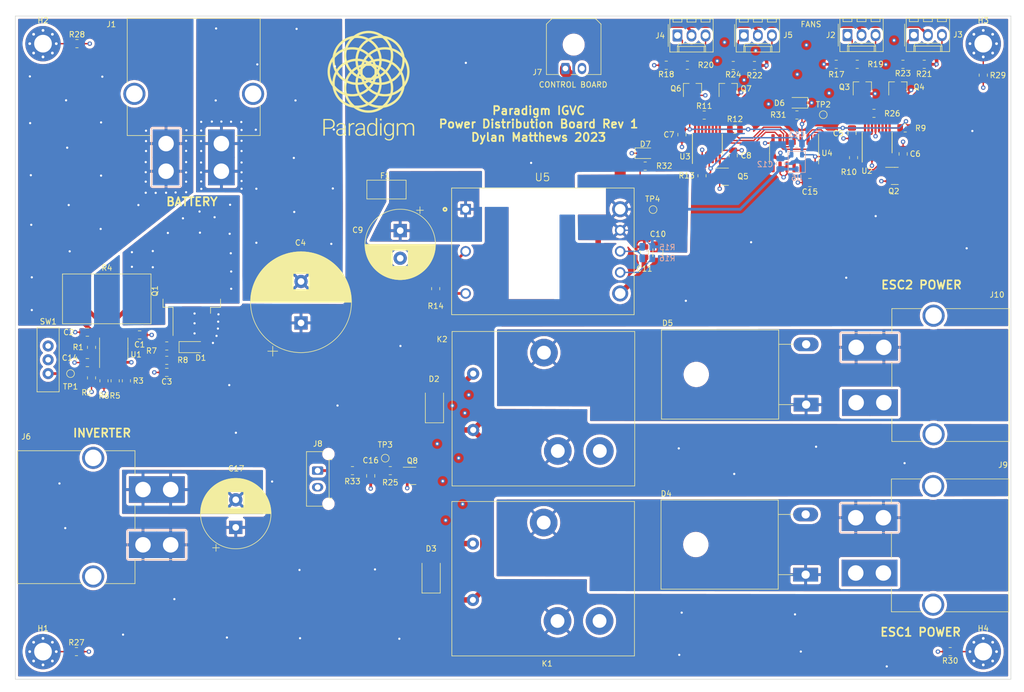
<source format=kicad_pcb>
(kicad_pcb (version 20211014) (generator pcbnew)
  (layers (0 "F.Cu" signal) (1 "In1.Cu" signal) (2 "In2.Cu" signal) (31 "B.Cu" signal) (34 "B.Paste" user) (35 "F.Paste" user) (36 "B.SilkS" user "B.Silkscreen") (37 "F.SilkS" user "F.Silkscreen") (38 "B.Mask" user) (39 "F.Mask" user) (44 "Edge.Cuts" user))
  (net 0 "")
  (net 1 "Net-(C1-Pad1)")
  (net 2 "GND")
  (net 3 "/BATT_RAW")
  (net 4 "Net-(C3-Pad1)")
  (net 5 "+48V")
  (net 6 "+3.3V")
  (net 7 "Net-(C6-Pad1)")
  (net 8 "Net-(C8-Pad1)")
  (net 9 "Net-(C9-Pad1)")
  (net 10 "+12V")
  (net 11 "Net-(C14-Pad1)")
  (net 12 "Net-(D1-Pad1)")
  (net 13 "Net-(D2-Pad2)")
  (net 14 "/ESC1_PWR")
  (net 15 "/ESC2_PWR")
  (net 16 "Net-(J2-Pad1)")
  (net 17 "/FAN_TACH1")
  (net 18 "Net-(J3-Pad1)")
  (net 19 "/FAN_TACH2")
  (net 20 "Net-(J4-Pad1)")
  (net 21 "/FAN_TACH3")
  (net 22 "Net-(J5-Pad1)")
  (net 23 "/FAN_TACH4")
  (net 24 "/ESTOP")
  (net 27 "Net-(Q1-Pad1)")
  (net 28 "Net-(Q1-Pad2)")
  (net 29 "Net-(Q3-Pad1)")
  (net 30 "Net-(Q3-Pad3)")
  (net 31 "Net-(Q4-Pad3)")
  (net 32 "Net-(Q6-Pad1)")
  (net 33 "Net-(Q6-Pad3)")
  (net 34 "Net-(Q7-Pad3)")
  (net 35 "Net-(Q8-Pad1)")
  (net 36 "/BATT_GOOD")
  (net 37 "Net-(R5-Pad2)")
  (net 38 "/OVERTEMP1")
  (net 39 "/FAN_FAIL1")
  (net 40 "/OVERTEMP2")
  (net 41 "/FAN_FAIL2")
  (net 42 "Net-(R14-Pad1)")
  (net 43 "Net-(R15-Pad2)")
  (net 47 "/FAN_FULLSPD")
  (net 55 "Net-(H1-Pad1)")
  (net 56 "Net-(H2-Pad1)")
  (net 57 "Net-(H3-Pad1)")
  (net 58 "Net-(H4-Pad1)")
  (net 59 "Net-(D6-Pad2)")
  (net 60 "Net-(D7-Pad2)")
  (net 61 "Net-(J8-Pad1)")
  (footprint "PDBLib:SST3904T116CT-ND" (layer "F.Cu") (at 198.82 53.93)
    (fp_text reference "Q2")
    (fp_text value "Q_NPN_EBC")
  )
  (footprint "Package_SO:QSOP-16_3.9x4.9mm_P0.635mm" (layer "F.Cu") (at 195.84 47.905 90)
    (fp_text reference "U2")
    (fp_text value "MAX6643LBBAEET")
  )
  (footprint "Resistor_SMD:R_0805_2012Metric" (layer "F.Cu") (at 209.025 140 180)
    (fp_text reference "R30")
    (fp_text value "0")
  )
  (footprint "Package_TO_SOT_THT:TO-247-2_Horizontal_TabDown" (layer "F.Cu") (at 182.89 126.075 90)
    (fp_text reference "D4")
    (fp_text value "D")
  )
  (footprint "Resistor_SMD:R_0805_2012Metric" (layer "F.Cu") (at 200.89 45.255 180)
    (fp_text reference "R9")
    (fp_text value "4.7k")
  )
  (footprint "PDBLib:Paradigm_NameBelow_25.4mm" (layer "F.Cu") (at 103.8619 37.729259)
    (fp_text reference "G***" hide)
    (fp_text value "LOGO" hide)
  )
  (footprint "LED_SMD:LED_0805_2012Metric_Pad1.15x1.40mm_HandSolder" (layer "F.Cu") (at 181.4125 40.7 180)
    (fp_text reference "D6")
    (fp_text value "Green")
  )
  (footprint "Capacitor_SMD:C_0805_2012Metric" (layer "F.Cu") (at 153.725 67.725 -90)
    (fp_text reference "C11")
    (fp_text value "1uF")
  )
  (footprint "Resistor_SMD:R_0805_2012Metric" (layer "F.Cu") (at 169.8 33.95 180)
    (fp_text reference "R24")
    (fp_text value "0")
  )
  (footprint "Capacitor_THT:CP_Radial_D12.5mm_P5.00mm" (layer "F.Cu") (at 79.85 117.523959 90)
    (fp_text reference "C17")
    (fp_text value "33u")
  )
  (footprint "TestPoint:TestPoint_Pad_D1.0mm" (layer "F.Cu") (at 49.975 89.7)
    (fp_text reference "TP1")
    (fp_text value "TestPoint")
  )
  (footprint "Resistor_SMD:R_0805_2012Metric" (layer "F.Cu") (at 67.375 84.7)
    (fp_text reference "R7")
    (fp_text value "10")
  )
  (footprint "Package_TO_SOT_SMD:SC-59" (layer "F.Cu") (at 193.14 37.855 90)
    (fp_text reference "Q3")
    (fp_text value "Q_NMOS_GSD")
  )
  (footprint "Connector_Molex:Molex_Micro-Fit_3.0_43650-0215_1x02_P3.00mm_Vertical" (layer "F.Cu") (at 94.65 107.25 -90)
    (fp_text reference "J8")
    (fp_text value "Conn_01x02")
  )
  (footprint "Resistor_SMD:R_0805_2012Metric" (layer "F.Cu") (at 153.875 52.15)
    (fp_text reference "R32")
    (fp_text value "5.1k")
  )
  (footprint "Resistor_SMD:R_0805_2012Metric" (layer "F.Cu") (at 60.075 91 90)
    (fp_text reference "R3")
    (fp_text value "48k")
  )
  (footprint "Capacitor_SMD:C_0805_2012Metric" (layer "F.Cu") (at 183.65 55.125 180)
    (fp_text reference "C15")
    (fp_text value "0.1u")
  )
  (footprint "Capacitor_THT:CP_Radial_D18.0mm_P7.50mm" (layer "F.Cu") (at 91.65 80.52778 90)
    (fp_text reference "C4")
    (fp_text value "1000u")
  )
  (footprint "Diode_SMD:D_SMA" (layer "F.Cu") (at 115.175 126 90)
    (fp_text reference "D3")
    (fp_text value "D")
  )
  (footprint "Connector_Molex:Molex_Mini-Fit_Sr_42820-22XX_1x02_P10.00mm_Horizontal" (layer "F.Cu") (at 67.25 53.08 90)
    (fp_text reference "J1")
    (fp_text value "Battery")
  )
  (footprint "Capacitor_SMD:C_0805_2012Metric" (layer "F.Cu") (at 160.52 46.465 90)
    (fp_text reference "C7")
    (fp_text value "0.1u")
  )
  (footprint "Resistor_SMD:R_0805_2012Metric" (layer "F.Cu") (at 164.15 53.9 90)
    (fp_text reference "R13")
    (fp_text value "4.7k")
  )
  (footprint "PDBLib:J115F11AH12VDCS61.5" (layer "F.Cu") (at 122.775 89.7 -90)
    (fp_text reference "K2")
    (fp_text value "J115F11AH12VDCS61.5")
  )
  (footprint "Package_TO_SOT_SMD:SC-59" (layer "F.Cu") (at 199.565 37.855 90)
    (fp_text reference "Q4")
    (fp_text value "Q_NMOS_GSD")
  )
  (footprint "Resistor_SMD:R_0805_2012Metric" (layer "F.Cu") (at 100.95 107.25 180)
    (fp_text reference "R33")
    (fp_text value "3k")
  )
  (footprint "Resistor_SMD:R_0805_2012Metric" (layer "F.Cu") (at 204.3275 33.73)
    (fp_text reference "R21")
    (fp_text value "DNP")
  )
  (footprint "Resistor_SMD:R_0805_2012Metric" (layer "F.Cu") (at 200.4775 33.73 180)
    (fp_text reference "R23")
    (fp_text value "0")
  )
  (footprint "Connector_Molex:Molex_Mini-Fit_Sr_42820-22XX_1x02_P10.00mm_Horizontal" (layer "F.Cu") (at 191.945 115.775)
    (fp_text reference "J9")
    (fp_text value "ESC1_PWR")
  )
  (footprint "Resistor_SMD:R_0805_2012Metric" (layer "F.Cu") (at 188.415 33.73 180)
    (fp_text reference "R17")
    (fp_text value "DNP")
  )
  (footprint "Resistor_SMD:R_0805_2012Metric" (layer "F.Cu") (at 170.1 45.5 180)
    (fp_text reference "R12")
    (fp_text value "4.7k")
  )
  (footprint "PDBLib:Y14860R00075F9R" (layer "F.Cu") (at 56.525 76.175 180)
    (fp_text reference "R4")
    (fp_text value "0.75m")
  )
  (footprint "Package_TO_SOT_SMD:SOT-23" (layer "F.Cu") (at 111.791786 108.2)
    (fp_text reference "Q8")
    (fp_text value "Q_NPN_BEC")
  )
  (footprint "Resistor_SMD:R_0805_2012Metric" (layer "F.Cu") (at 157.6875 33.9 180)
    (fp_text reference "R18")
    (fp_text value "DNP")
  )
  (footprint "Connector_Molex:Molex_KK-254_AE-6410-03A_1x03_P2.54mm_Vertical" (layer "F.Cu") (at 202.45 28.45)
    (fp_text reference "J3")
    (fp_text value "FAN 2")
  )
  (footprint "Resistor_SMD:R_0805_2012Metric" (layer "F.Cu") (at 51.05 140)
    (fp_text reference "R27")
    (fp_text value "0")
  )
  (footprint "PDBLib:EG1218" (layer "F.Cu") (at 45.925 87.2 -90)
    (fp_text reference "SW1")
    (fp_text value "SW_SPDT")
  )
  (footprint "LED_SMD:LED_0805_2012Metric_Pad1.15x1.40mm_HandSolder" (layer "F.Cu") (at 153.9 49.825)
    (fp_text reference "D7")
    (fp_text value "Green")
  )
  (footprint "TestPoint:TestPoint_Pad_D1.0mm" (layer "F.Cu") (at 106.875 105 -90)
    (fp_text reference "TP3")
    (fp_text value "TestPoint")
  )
  (footprint "Resistor_SMD:R_0805_2012Metric" (layer "F.Cu") (at 56.025 91 -90)
    (fp_text reference "R6")
    (fp_text value "1.3k")
  )
  (footprint "Capacitor_SMD:C_0805_2012Metric" (layer "F.Cu") (at 67.375 89.475 180)
    (fp_text reference "C3")
    (fp_text value "10n")
  )
  (footprint "Package_SO:SOIC-14_3.9x8.7mm_P1.27mm" (layer "F.Cu") (at 180.8 49.825 -90)
    (fp_text reference "U4")
    (fp_text value "MC74HC20ADG")
  )
  (footprint "Resistor_SMD:R_0805_2012Metric" (layer "F.Cu") (at 161.5125 33.9)
    (fp_text reference "R20")
    (fp_text value "0")
  )
  (footprint "MountingHole:MountingHole_3.2mm_M3_Pad_Via" (layer "F.Cu") (at 45 140)
    (fp_text reference "H1")
    (fp_text value "M3")
  )
  (footprint "Resistor_SMD:R_0805_2012Metric" (layer "F.Cu") (at 51.1375 30)
    (fp_text reference "R28")
    (fp_text value "0")
  )
  (footprint "Resistor_SMD:R_0805_2012Metric" (layer "F.Cu") (at 58.05 91 90)
    (fp_text reference "R5")
    (fp_text value "43k")
  )
  (footprint "Package_TO_SOT_SMD:SC-59" (layer "F.Cu") (at 162.435 38.145 90)
    (fp_text reference "Q6")
    (fp_text value "Q_NMOS_GSD")
  )
  (footprint "TestPoint:TestPoint_Pad_D1.0mm" (layer "F.Cu") (at 155.3 60.025 90)
    (fp_text reference "TP4")
    (fp_text value "TestPoint")
  )
  (footprint "Resistor_SMD:R_0805_2012Metric" (layer "F.Cu") (at 164.55 42.925)
    (fp_text reference "R11")
    (fp_text value "4.7k")
  )
  (footprint "Capacitor_SMD:C_0805_2012Metric" (layer "F.Cu") (at 191.265 46.205 90)
    (fp_text reference "C5")
    (fp_text value "0.1u")
  )
  (footprint "Diode_SMD:D_SMA" (layer "F.Cu") (at 115.775 95.2 90)
    (fp_text reference "D2")
    (fp_text value "D")
  )
  (footprint "Resistor_SMD:R_0805_2012Metric" (layer "F.Cu") (at 191.55 50.625 90)
    (fp_text reference "R10")
    (fp_text value "4.7k")
  )
  (footprint "Resistor_SMD:R_0805_2012Metric" (layer "F.Cu") (at 67.375 87.3 180)
    (fp_text reference "R8")
    (fp_text value "1k")
  )
  (footprint "Diode_SMD:D_SOD-123" (layer "F.Cu") (at 71.85 84.9)
    (fp_text reference "D1")
    (fp_text value "MMSZ5248B")
  )
  (footprint "Resistor_SMD:R_0805_2012Metric" (layer "F.Cu") (at 215 35.7 -90)
    (fp_text reference "R29")
    (fp_text value "0")
  )
  (footprint "Package_TO_SOT_SMD:TO-263-2" (layer "F.Cu") (at 71.9 74.75 90)
    (fp_text reference "Q1")
    (fp_text value "Q_NMOS_GDS")
  )
  (footprint "Resistor_SMD:R_0805_2012Metric" (layer "F.Cu") (at 173.625 33.95)
    (fp_text reference "R22")
    (fp_text value "DNP")
  )
  (footprint "Capacitor_SMD:C_0805_2012Metric" (layer "F.Cu") (at 169.785 50.245 90)
    (fp_text reference "C8")
    (fp_text value "2.2n")
  )
  (footprint "Capacitor_SMD:C_0805_2012Metric" (layer "F.Cu") (at 200.515 49.95 90)
    (fp_text reference "C6")
    (fp_text value "2.2n")
  )
  (footprint "Package_TO_SOT_THT:TO-247-2_Horizontal_TabDown" (layer "F.Cu") (at 182.975 95.3 90)
    (fp_text reference "D5")
    (fp_text value "D")
  )
  (footprint "Resistor_SMD:R_0805_2012Metric" (layer "F.Cu") (at 107.791786 107.25 180)
    (fp_text reference "R25")
    (fp_text value "360")
  )
  (footprint "TestPoint:TestPoint_Pad_D1.0mm" (layer "F.Cu") (at 186.075 42.85 90)
    (fp_text reference "TP2")
    (fp_text value "TestPoint")
  )
  (footprint "Resistor_SMD:R_0805_2012Metric" (layer "F.Cu") (at 53.775 90.475 -90)
    (fp_text reference "R2")
    (fp_text value "1.3k")
  )
  (footprint "Connector_Molex:Molex_KK-254_AE-6410-03A_1x03_P2.54mm_Vertical" (layer "F.Cu") (at 171.71 28.52)
    (fp_text reference "J5")
    (fp_text value "FAN 4")
  )
  (footprint "Package_TO_SOT_SMD:SC-59" (layer "F.Cu") (at 168.885 38.145 90)
    (fp_text reference "Q7")
    (fp_text value "Q_NMOS_GSD")
  )
  (footprint "Resistor_SMD:R_0805_2012Metric" (layer "F.Cu") (at 53.775 84.95 -90)
    (fp_text reference "R1")
    (fp_text value "43k")
  )
  (footprint "Connector_Molex:Molex_Mini-Fit_Sr_42820-22XX_1x02_P10.00mm_Horizontal" (layer "F.Cu") (at 192.02 84.95)
    (fp_text reference "J10")
    (fp_text value "ESC2_PWR")
  )
  (footprint "MountingHole:MountingHole_3.2mm_M3_Pad_Via" (layer "F.Cu") (at 215 140)
    (fp_text reference "H4")
    (fp_text value "M3")
  )
  (footprint "Package_SO:QSOP-16_3.9x4.9mm_P0.635mm" (layer "F.Cu") (at 165.135 48.17 90)
    (fp_text reference "U3")
    (fp_text value "MAX6643LBBAEET")
  )
  (footprint "Capacitor_SMD:C_0805_2012Metric" (layer "F.Cu") (at 53.025 82.2 180)
    (fp_text reference "C2")
    (fp_text value "0.1u")
  )
  (footprint "Resistor_SMD:R_0805_2012Metric" (layer "F.Cu") (at 116 74.325 -90)
    (fp_text reference "R14")
    (fp_text value "0")
  )
  (footprint "Connector_Molex:Molex_KK-254_AE-6410-03A_1x03_P2.54mm_Vertical" (layer "F.Cu") (at 190.45 28.45)
    (fp_text reference "J2")
    (fp_text value "FAN 1")
  )
  (footprint "PDBLib:CONV_KSTW004A2B41Z" (layer "F.Cu") (at 135.38321 67.575)
    (fp_text reference "U5")
    (fp_text value "KSTW004A2B41Z")
  )
  (footprint "MountingHole:MountingHole_3.2mm_M3_Pad_Via" (layer "F.Cu") (at 215 30)
    (fp_text reference "H3")
    (fp_text value "M3")
  )
  (footprint "Resistor_SMD:R_0805_2012Metric" (layer "F.Cu") (at 192.215 33.73)
    (fp_text reference "R19")
    (fp_text value "0")
  )
  (footprint "MountingHole:MountingHole_3.2mm_M3_Pad_Via" (layer "F.Cu") (at 45 30)
    (fp_text reference "H2")
    (fp_text value "M3")
  )
  (footprint "Capacitor_SMD:C_0805_2012Metric" (layer "F.Cu") (at 104.25 108.2 -90)
    (fp_text reference "C16")
    (fp_text value "0.1u")
  )
  (footprint "PDBLib:J115F11AH12VDCS61.5" (layer "F.Cu") (at 122.725 120.45 -90)
    (fp_text reference "K1")
    (fp_text value "J115F11AH12VDCS61.5")
  )
  (footprint "Capacitor_SMD:C_0805_2012Metric" (layer "F.Cu") (at 53.025 87.7 180)
    (fp_text reference "C14")
    (fp_text value "0.1u")
  )
  (footprint "Capacitor_SMD:C_0805_2012Metric" (layer "F.Cu") (at 62.475 82.7)
    (fp_text reference "C1")
    (fp_text value "0.68u")
  )
  (footprint "PDBLib:0679L1000-05" (layer "F.Cu") (at 104.65 56.4)
    (fp_text reference "F1")
    (fp_text value "1A")
  )
  (footprint "Connector_Molex:Molex_Micro-Fit_3.0_43650-0200_1x02_P3.00mm_Horizontal" (layer "F.Cu") (at 139.45 34.495)
    (fp_text reference "J7")
    (fp_text value "Control Board")
  )
  (footprint "Resistor_SMD:R_0805_2012Metric" (layer "F.Cu") (at 181.3125 42.9)
    (fp_text reference "R31")
    (fp_text value "700")
  )
  (footprint "PDBLib:SST3904T116CT-ND" (layer "F.Cu") (at 168.12 54.075)
    (fp_text reference "Q5")
    (fp_text value "Q_NPN_EBC")
  )
  (footprint "Resistor_SMD:R_0805_2012Metric" (layer "F.Cu") (at 195.24 42.605)
    (fp_text reference "R26")
    (fp_text value "4.7k")
  )
  (footprint "Connector_Molex:Molex_KK-254_AE-6410-03A_1x03_P2.54mm_Vertical" (layer "F.Cu") (at 159.71 28.52)
    (fp_text reference "J4")
    (fp_text value "FAN 3")
  )
  (footprint "Connector_Molex:Molex_Mini-Fit_Sr_42820-22XX_1x02_P10.00mm_Horizontal" (layer "F.Cu") (at 68.08 120.675 180)
    (fp_text reference "J6")
    (fp_text value "Inverter")
  )
  (footprint "Capacitor_THT:CP_Radial_D12.5mm_P5.00mm" (layer "F.Cu") (at 109.58321 63.825 -90)
    (fp_text reference "C9")
    (fp_text value "33u")
  )
  (footprint "Capacitor_SMD:C_1206_3216Metric" (layer "F.Cu") (at 156.175 67.825 -90)
    (fp_text reference "C10")
    (fp_text value "10uF")
  )
  (footprint "Package_SO:SOIC-8_3.9x4.9mm_P1.27mm" (layer "F.Cu") (at 57.79 85.175 90)
    (fp_text reference "U1")
    (fp_text value "LT1641-1")
  )
  (footprint "PDBLib:AP2210N-3.3TRG1" (layer "B.Cu") (at 181.275 52.7)
    (fp_text reference "U6")
    (fp_text value "AP2210N-3.3TRG1")
  )
  (footprint "Capacitor_SMD:C_0805_2012Metric" (layer "B.Cu") (at 181.275 48.075 180)
    (fp_text reference "C13")
    (fp_text value "2.2u")
  )
  (footprint "Resistor_SMD:R_0805_2012Metric" (layer "B.Cu") (at 154.25 68.85)
    (fp_text reference "R16")
    (fp_text value "DNP")
  )
  (footprint "Capacitor_SMD:C_0805_2012Metric" (layer "B.Cu") (at 178.325 51.725 90)
    (fp_text reference "C12")
    (fp_text value "1u")
  )
  (footprint "Resistor_SMD:R_0805_2012Metric" (layer "B.Cu") (at 154.25 66.75 180)
    (fp_text reference "R15")
    (fp_text value "DNP")
  )
  (gr_line (start 40 145) (end 40 25) (layer "Edge.Cuts") (width 0.1))
  (gr_line (start 40 145) (end 220 145) (layer "Edge.Cuts") (width 0.1))
  (gr_line (start 40 25) (end 220 25) (layer "Edge.Cuts") (width 0.1))
  (gr_line (start 220 145) (end 220 25) (layer "Edge.Cuts") (width 0.1))
  (gr_text "INVERTER" (at 55.675 100.45) (layer "F.SilkS") (effects (font (size 1.5 1.5) (thickness 0.3))))
  (gr_text "Paradigm IGVC\nPower Distribution Board Rev 1\nDylan Matthews 2023" (at 134.6 44.525) (layer "F.SilkS") (effects (font (size 1.5 1.5) (thickness 0.3))))
  (gr_text "BATTERY" (at 71.925 58.6) (layer "F.SilkS") (effects (font (size 1.5 1.5) (thickness 0.3))))
  (gr_text "CONTROL BOARD" (at 140.85 37.425) (layer "F.SilkS") (effects (font (size 1 1))))
  (gr_text "ESC1 POWER" (at 203.675 136.475) (layer "F.SilkS") (effects (font (size 1.5 1.5) (thickness 0.3))))
  (gr_text "FANS" (at 183.85 26.5) (layer "F.SilkS") (effects (font (size 1 1))))
  (gr_text "ESC2 POWER" (at 203.825 73.65) (layer "F.SilkS") (effects (font (size 1.5 1.5) (thickness 0.3))))
  (segment (start 59.695 82.7) (end 61.525 82.7) (width 0.5) (layer "F.Cu") (net 1))
  (segment (start 201.195 38.375) (end 200.515 39.055) (width 0.25) (layer "F.Cu") (net 2))
  (segment (start 116 75.2375) (end 116.0425 75.195) (width 0.5) (layer "F.Cu") (net 2))
  (segment (start 169.79 49.3) (end 169.785 49.295) (width 0.25) (layer "F.Cu") (net 2))
  (segment (start 195.525 45.2532) (end 195.5225 45.2507) (width 0.25) (layer "F.Cu") (net 2))
  (segment (start 116.0425 75.195) (end 121.41321 75.195) (width 0.5) (layer "F.Cu") (net 2))
  (segment (start 183.34 54.485) (end 182.7 55.125) (width 0.25) (layer "F.Cu") (net 2))
  (segment (start 53.8 93) (end 53.775 92.975) (width 0.25) (layer "F.Cu") (net 2))
  (segment (start 197.4275 49.6475) (end 197.4275 50.5593) (width 0.25) (layer "F.Cu") (net 2))
  (segment (start 200.5 47.75) (end 200.5 48.985) (width 0.25) (layer "F.Cu") (net 2))
  (segment (start 56.025 93.175) (end 56 93.2) (width 0.25) (layer "F.Cu") (net 2))
  (segment (start 194.875 52.075) (end 194.875 50.5718) (width 0.25) (layer "F.Cu") (net 2))
  (segment (start 170.68 39.345) (end 171.225 38.8) (width 0.25) (layer "F.Cu") (net 2))
  (segment (start 194.875 50.5718) (end 194.8875 50.5593) (width 0.25) (layer "F.Cu") (net 2))
  (segment (start 153.725 68.675) (end 153.725 70.82321) (width 1) (layer "F.Cu") (net 2))
  (segment (start 110.854286 109.15) (end 110.854286 110.420714) (width 0.5) (layer "F.Cu") (net 2))
  (segment (start 206.8 140) (end 208.1125 140) (width 0.25) (layer "F.Cu") (net 2))
  (segment (start 56.025 91.9125) (end 56.025 93.175) (width 0.25) (layer "F.Cu") (net 2))
  (segment (start 50.7 87.7) (end 52.075 87.7) (width 0.25) (layer "F.Cu") (net 2))
  (segment (start 183.34 52.3) (end 183.34 54.485) (width 0.25) (layer "F.Cu") (net 2))
  (segment (start 179.53 52.3) (end 179.53 53.545) (width 0.25) (layer "F.Cu") (net 2))
  (segment (start 156.775 33.9) (end 155.5 33.9) (width 0.25) (layer "F.Cu") (net 2))
  (segment (start 191.26 47.15) (end 191.265 47.155) (width 0.25) (layer "F.Cu") (net 2))
  (segment (start 163.39 39.35) (end 163.385 39.345) (width 0.25) (layer "F.Cu") (net 2))
  (segment (start 215 37.9625) (end 215 36.6125) (width 0.25) (layer "F.Cu") (net 2))
  (segment (start 60.975 87.65) (end 59.695 87.65) (width 0.5) (layer "F.Cu") (net 2))
  (segment (start 206.545 33.73) (end 206.55 33.725) (width 0.25) (layer "F.Cu") (net 2))
  (segment (start 201.95 38.375) (end 201.195 38.375) (width 0.25) (layer "F.Cu") (net 2))
  (segment (start 196.575 54.875) (end 198.0575 54.875) (width 0.25) (layer "F.Cu") (net 2))
  (segment (start 182.07 54.495) (end 182.7 55.125) (width 0.25) (layer "F.Cu") (net 2))
  (segment (start 154.65179 70.82321) (end 153.725 70.82321) (width 1) (layer "F.Cu") (net 2))
  (segment (start 110.854286 110.420714) (end 110.85 110.425) (width 0.5) (layer "F.Cu") (net 2))
  (segment (start 50.825 82.2) (end 52.075 82.2) (width 0.25) (layer "F.Cu") (net 2))
  (segment (start 182.7 55.125) (end 181.475 55.125) (width 0.25) (layer "F.Cu") (net 2))
  (segment (start 187.4975 33.725) (end 187.5025 33.73) (width 0.25) (layer "F.Cu") (net 2))
  (segment (start 183.975 40.7) (end 182.4375 40.7) (width 0.25) (layer "F.Cu") (net 2))
  (segment (start 195.525 46.75) (end 195.525 45.2532) (width 0.25) (layer "F.Cu") (net 2))
  (segment (start 178.26 52.3) (end 179.53 52.3) (width 0.25) (layer "F.Cu") (net 2))
  (segment (start 164.1825 49.2075) (end 164.175 49.2) (width 0.25) (layer "F.Cu") (net 2))
  (segment (start 200.5 48.985) (end 200.515 49) (width 0.25) (layer "F.Cu") (net 2))
  (segment (start 194.09 39.055) (end 195.445 39.055) (width 0.25) (layer "F.Cu") (net 2))
  (segment (start 205.24 33.73) (end 206.545 33.73) (width 0.25) (layer "F.Cu") (net 2))
  (segment (start 167.2018 49.295) (end 166.7225 49.7743) (width 0.25) (layer "F.Cu") (net 2))
  (segment (start 198.075 49) (end 197.4275 49.6475) (width 0.25) (layer "F.Cu") (net 2))
  (segment (start 200.515 49) (end 198.075 49) (width 0.25) (layer "F.Cu") (net 2))
  (segment (start 198.0575 54.875) (end 198.0625 54.88) (width 0.25) (layer "F.Cu") (net 2))
  (segment (start 164.75 39.35) (end 163.39 39.35) (width 0.25) (layer "F.Cu") (net 2))
  (segment (start 164.8175 46.5421) (end 164.8175 45.5157) (width 0.25) (layer "F.Cu") (net 2))
  (segment (start 153.725 70.82321) (end 149.35321 75.195) (width 1) (layer "F.Cu") (net 2))
  (segment (start 171.325 49.3) (end 169.79 49.3) (width 0.25) (layer "F.Cu") (net 2))
  (segment (start 189.725 47.15) (end 191.26 47.15) (width 0.25) (layer "F.Cu") (net 2))
  (segment (start 178.26 52.3) (end 178.26 53.535) (width 0.25) (layer "F.Cu") (net 2))
  (segment (start 164.1825 50.8243) (end 164.1825 49.2075) (width 0.25) (layer "F.Cu") (net 2))
  (segment (start 160.52 47.415) (end 160.52 48.695) (width 0.25) (layer "F.Cu") (net 2))
  (segment (start 53.45 30) (end 52.05 30) (width 0.25) (layer "F.Cu") (net 2))
  (segment (start 156.175 69.3) (end 154.65179 70.82321) (width 1) (layer "F.Cu") (net 2))
  (segment (start 175.55 48) (end 176.34 48) (width 0.25) (layer "F.Cu") (net 2))
  (segment (start 174.5375 33.95) (end 175.8 33.95) (width 0.25) (layer "F.Cu") (net 2))
  (segment (start 160.52 48.695) (end 160.525 48.7) (width 0.25) (layer "F.Cu") (net 2))
  (segment (start 63.425 82.7) (end 64.65 82.7) (width 0.25) (layer "F.Cu") (net 2))
  (segment (start 176.34 48) (end 176.99 47.35) (width 0.25) (layer "F.Cu") (net 2))
  (segment (start 182.07 52.3) (end 182.07 54.495) (width 0.25) (layer "F.Cu") (net 2))
  (segment (start 65.125 89.475) (end 66.425 89.475) (width 0.25) (layer "F.Cu") (net 2))
  (segment (start 195.445 39.055) (end 195.45 39.05) (width 0.25) (layer "F.Cu") (net 2))
  (segment (start 163.9446 47.415) (end 164.8175 46.5421) (width 0.25) (layer "F.Cu") (net 2))
  (segment (start 104.25 110.5) (end 104.25 109.15) (width 0.5) (layer "F.Cu") (net 2))
  (segment (start 152.875 49.825) (end 151.45 49.825) (width 0.25) (layer "F.Cu") (net 2))
  (segment (start 179.53 53.545) (end 178.9 54.175) (width 0.25) (layer "F.Cu") (net 2))
  (segment (start 53.775 92.975) (end 53.775 91.3875) (width 0.25) (layer "F.Cu") (net 2))
  (segment (start 169.785 49.295) (end 167.2018 49.295) (width 0.25) (layer "F.Cu") (net 2))
  (segment (start 186.175 33.725) (end 187.4975 33.725) (width 0.25) (layer "F.Cu") (net 2))
  (segment (start 53.3 140) (end 51.9625 140) (width 0.25) (layer "F.Cu") (net 2))
  (segment (start 167.35 55.0375) (end 167.3625 55.025) (width 0.25) (layer "F.Cu") (net 2))
  (segment (start 160.52 47.415) (end 163.9446 47.415) (width 0.25) (layer "F.Cu") (net 2))
  (segment (start 166.7225 49.7743) (end 166.7225 50.8243) (width 0.25) (layer "F.Cu") (net 2))
  (segment (start 169.835 39.345) (end 170.68 39.345) (width 0.25) (layer "F.Cu") (net 2))
  (segment (start 167.35 56.25) (end 167.35 55.0375) (width 0.25) (layer "F.Cu") (net 2))
  (segment (start 178.26 53.535) (end 178.9 54.175) (width 0.25) (layer "F.Cu") (net 2))
  (via (at 73.6 45.725) (size 0.8) (drill 0.4) (layers "F.Cu" "B.Cu") (net 2))
  (via (at 73.575 51.5) (size 0.8) (drill 0.4) (layers "F.Cu" "B.Cu") (net 2))
  (via (at 173.85 31.25) (size 0.8) (drill 0.4) (layers "F.Cu" "B.Cu") (net 2))
  (via (at 90.35 50.675) (size 0.8) (drill 0.4) (layers "F.Cu" "B.Cu") (net 2))
  (via (at 80.85 44.175) (size 0.8) (drill 0.4) (layers "F.Cu" "B.Cu") (net 2))
  (via (at 80.9 45.625) (size 0.8) (drill 0.4) (layers "F.Cu" "B.Cu") (net 2))
  (via (at 171.75 36.575) (size 0.8) (drill 0.4) (layers "F.Cu" "B.Cu") (net 2))
  (via (at 160.525 48.7) (size 0.8) (drill 0.4) (layers "F.Cu" "B.Cu") (net 2))
  (via (at 166.9 33.125) (size 0.8) (drill 0.4) (layers "F.Cu" "B.Cu") (net 2))
  (via (at 79 44.125) (size 0.8) (drill 0.4) (layers "F.Cu" "B.Cu") (net 2))
  (via (at 97.775 34.1) (size 0.8) (drill 0.4) (layers "F.Cu" "B.Cu") (net 2))
  (via (at 80.9 56.25) (size 0.8) (drill 0.4) (layers "F.Cu" "B.Cu") (net 2))
  (via (at 80.9 49.425) (size 0.8) (drill 0.4) (layers "F.Cu" "B.Cu") (net 2))
  (via (at 175.55 48) (size 0.8) (drill 0.4) (layers "F.Cu" "B.Cu") (net 2))
  (via (at 97.4 56.2) (size 0.8) (drill 0.4) (layers "F.Cu" "B.Cu") (net 2))
  (via (at 176.175 40.925) (size 0.8) (drill 0.4) (layers "F.Cu" "B.Cu") (net 2))
  (via (at 206.55 33.725) (size 0.8) (drill 0.4) (layers "F.Cu" "B.Cu") (net 2))
  (via (at 181.375 35.55) (size 0.8) (drill 0.4) (layers "F.Cu" "B.Cu") (net 2))
  (via (at 80.9 51.5) (size 0.8) (drill 0.4) (layers "F.Cu" "B.Cu") (net 2))
  (via (at 121.975 93.55) (size 0.8) (drill 0.4) (layers "F.Cu" "B.Cu") (net 2))
  (via (at 60.975 87.65) (size 0.8) (drill 0.4) (layers "F.Cu" "B.Cu") (net 2))
  (via (at 200.5 47.75) (size 0.8) (drill 0.4) (layers "F.Cu" "B.Cu") (net 2))
  (via (at 121.275 96.825) (size 0.8) (drill 0.4) (layers "F.Cu" "B.Cu") (net 2))
  (via (at 196.575 54.875) (size 0.8) (drill 0.4) (layers "F.Cu" "B.Cu") (net 2))
  (via (at 53.45 30) (size 0.8) (drill 0.4) (layers "F.Cu" "B.Cu") (net 2))
  (via (at 50.7 87.7) (size 0.8) (drill 0.4) (layers "F.Cu" "B.Cu") (net 2))
  (via (at 80.9 47.575) (size 0.8) (drill 0.4) (layers "F.Cu" "B.Cu") (net 2))
  (via (at 80.9 53.275) (size 0.8) (drill 0.4) (layers "F.Cu" "B.Cu") (net 2))
  (via (at 175.8 33.95) (size 0.8) (drill 0.4) (layers "F.Cu" "B.Cu") (net 2))
  (via (at 183.975 40.7) (size 0.8) (drill 0.4) (layers "F.Cu" "B.Cu") (net 2))
  (via (at 201.95 38.375) (size 0.8) (drill 0.4) (layers "F.Cu" "B.Cu") (net 2))
  (via (at 206.8 140) (size 0.8) (drill 0.4) (layers "F.Cu" "B.Cu") (net 2))
  (via (at 97.125 66.225) (size 0.8) (drill 0.4) (layers "F.Cu" "B.Cu") (net 2))
  (via (at 56 93.2) (size 0.8) (drill 0.4) (layers "F.Cu" "B.Cu") (net 2))
  (via (at 73.6 54.925) (size 0.8) (drill 0.4) (layers "F.Cu" "B.Cu") (net 2))
  (via (at 90.425 60.45) (size 0.8) (drill 0.4) (layers "F.Cu" "B.Cu") (net 2))
  (via (at 76.225 40.275) (size 0.8) (drill 0.4) (layers "F.Cu" "B.Cu") (net 2))
  (via (at 117.8 116.25) (size 0.8) (drill 0.4) (layers "F.Cu" "B.Cu") (net 2))
  (via (at 110.85 110.425) (size 0.8) (drill 0.4) (layers "F.Cu" "B.Cu") (net 2))
  (via (at 183.025 30.25) (size 0.8) (drill 0.4) (layers "F.Cu" "B.Cu") (net 2))
  (via (at 215 37.9625) (size 0.8) (drill 0.4) (layers "F.Cu" "B.Cu") (net 2))
  (via (at 197.375 33.775) (size 0.8) (drill 0.4) (layers "F.Cu" "B.Cu") (net 2))
  (via (at 50.825 82.2) (size 0.8) (drill 0.4) (layers "F.Cu" "B.Cu") (net 2))
  (via (at 117.275 109.15) (size 0.8) (drill 0.4) (layers "F.Cu" "B.Cu") (net 2))
  (via (at 64.65 82.7) (size 0.8) (drill 0.4) (layers "F.Cu" "B.Cu") (net 2))
  (via (at 90.65 40.275) (size 0.8) (drill 0.4) (layers "F.Cu" "B.Cu") (net 2))
  (via (at 186.175 33.725) (size 0.8) (drill 0.4) (layers "F.Cu" "B.Cu") (net 2))
  (via (at 77.25 44.1) (size 0.8) (drill 0.4) (layers "F.Cu" "B.Cu") (net 2))
  (via (at 65.125 89.475) (size 0.8) (drill 0.4) (layers "F.Cu" "B.Cu") (net 2))
  (via (at 168.225 29.75) (size 0.8) (drill 0.4) (layers "F.Cu" "B.Cu") (net 2))
  (via (at 198.875 29.4) (size 0.8) (drill 0.4) (layers "F.Cu" "B.Cu") (net 2))
  (via (at 73.575 47.625) (size 0.8) (drill 0.4) (layers "F.Cu" "B.Cu") (net 2))
  (via (at 90.85 27.325) (size 0.8) (drill 0.4) (layers "F.Cu" "B.Cu") (net 2))
  (via (at 73.6 44.15) (size 0.8) (drill 0.4) (layers "F.Cu" "B.Cu") (net 2))
  (via (at 195.45 39.05) (size 0.8) (drill 0.4) (layers "F.Cu" "B.Cu") (net 2))
  (via (at 73.6 49.425) (size 0.8) (drill 0.4) (layers "F.Cu" "B.Cu") (net 2))
  (via (at 104.25 110.5) (size 0.8) (drill 0.4) (layers "F.Cu" "B.Cu") (net 2))
  (via (at 120.15 104.975) (size 0.8) (drill 0.4) (layers "F.Cu" "B.Cu") (net 2))
  (via (at 83.575 66.025) (size 0.8) (drill 0.4) (layers "F.Cu" "B.Cu") (net 2))
  (via (at 178.9 54.175) (size 0.8) (drill 0.4) (layers "F.Cu" "B.Cu") (net 2))
  (via (at 155.5 33.9) (size 0.8) (drill 0.4) (layers "F.Cu" "B.Cu") (net 2))
  (via (at 83.475 45.575) (size 0.8) (drill 0.4) (layers "F.Cu" "B.Cu") (net 2))
  (via (at 83.75 33.75) (size 0.8) (drill 0.4) (layers "F.Cu" "B.Cu") (net 2))
  (via (at 73.625 56.275) (size 0.8) (drill 0.4) (layers "F.Cu" "B.Cu") (net 2))
  (via (at 83.575 56.25) (size 0.8) (drill 0.4) (layers "F.Cu" "B.Cu") (net 2))
  (via (at 76.3 27.25) (size 0.8) (drill 0.4) (layers "F.Cu" "B.Cu") (net 2))
  (via (at 151.45 49.825) (size 0.8) (drill 0.4) (layers "F.Cu" "B.Cu") (net 2))
  (via (at 97.575 45.525) (size 0.8) (drill 0.4) (layers "F.Cu" "B.Cu") (net 2))
  (via (at 120.875 113.3) (size 0.8) (drill 0.4) (layers "F.Cu" "B.Cu") (net 2))
  (via (at 181.475 55.125) (size 0.8) (drill 0.4) (layers "F.Cu" "B.Cu") (net 2))
  (via (at 171.325 49.3) (size 0.8) (drill 0.4) (layers "F.Cu" "B.Cu") (net 2))
  (via (at 116.275 102.4) (size 0.8) (drill 0.4) (layers "F.Cu" "B.Cu") (net 2))
  (via (at 119.025 95.5) (size 0.8) (drill 0.4) (layers "F.Cu" "B.Cu") (net 2))
  (via (at 195.525 46.75) (size 0.8) (drill 0.4) (layers "F.Cu" "B.Cu") (net 2))
  (via (at 189.725 47.15) (size 0.8) (drill 0.4) (layers "F.Cu" "B.Cu") (net 2))
  (via (at 164.175 49.2) (size 0.8) (drill 0.4) (layers "F.Cu" "B.Cu") (net 2))
  (via (at 178.325 49.75) (size 0.8) (drill 0.4) (layers "F.Cu" "B.Cu") (net 2))
  (via (at 53.3 140) (size 0.8) (drill 0.4) (layers "F.Cu" "B.Cu") (net 2))
  (via (at 75.525 44.1) (size 0.8) (drill 0.4) (layers "F.Cu" "B.Cu") (net 2))
  (via (at 73.575 53.3) (size 0.8) (drill 0.4) (layers "F.Cu" "B.Cu") (net 2))
  (via (at 194.875 52.075) (size 0.8) (drill 0.4) (layers "F.Cu" "B.Cu") (net 2))
  (via (at 187.125 38.95) (size 0.8) (drill 0.4) (layers "F.Cu" "B.Cu") (net 2))
  (via (at 167.35 56.25) (size 0.8) (drill 0.4) (layers "F.Cu" "B.Cu") (net 2))
  (via (at 80.9 54.85) (size 0.8) (drill 0.4) (layers "F.Cu" "B.Cu") (net 2))
  (via (at 53.8 93) (size 0.8) (drill 0.4) (layers "F.Cu" "B.Cu") (net 2))
  (via (at 164.75 39.35) (size 0.8) (drill 0.4) (layers "F.Cu" "B.Cu") (net 2))
  (via (at 171.225 38.8) (size 0.8) (drill 0.4) (layers "F.Cu" "B.Cu") (net 2))
  (segment (start 179.65 50.775) (end 180.325 50.1) (width 0.5) (layer "B.Cu") (net 2))
  (segment (start 178.325 50.775) (end 178.325 49.75) (width 0.5) (layer "B.Cu") (net 2))
  (segment (start 178.325 50.775) (end 179.65 50.775) (width 0.5) (layer "B.Cu") (net 2))
  (segment (start 152.6275 71.385) (end 149.35321 71.385) (width 0.25) (layer "B.Cu") (net 2))
  (segment (start 180.325 50.1) (end 180.325 48.075) (width 0.5) (layer "B.Cu") (net 2))
  (segment (start 155.1625 68.85) (end 152.6275 71.385) (width 0.25) (layer "B.Cu") (net 2))
  (segment (start 53.975 82.2) (end 53.975 83.8375) (width 0.75) (layer "F.Cu") (net 3))
  (segment (start 53.975 83.8375) (end 53.775 84.0375) (width 0.75) (layer "F.Cu") (net 3))
  (segment (start 51.125 76.175) (end 51.125 79.35) (width 0.75) (layer "F.Cu") (net 3))
  (segment (start 55.885 80.935) (end 55.885 82.7) (width 0.75) (layer "F.Cu") (net 3))
  (segment (start 51.125 79.35) (end 53.975 82.2) (width 0.75) (layer "F.Cu") (net 3))
  (segment (start 51.125 76.175) (end 55.885 80.935) (width 0.75) (layer "F.Cu") (net 3))
  (via (at 67.25 56.975) (size 0.8) (drill 0.4) (layers "F.Cu" "B.Cu") (net 3))
  (via (at 63.575 54.975) (size 0.8) (drill 0.4) (layers "F.Cu" "B.Cu") (net 3))
  (via (at 70.875 49.4) (size 0.8) (drill 0.4) (layers "F.Cu" "B.Cu") (net 3))
  (via (at 65.375 57) (size 0.8) (drill 0.4) (layers "F.Cu" "B.Cu") (net 3))
  (via (at 62.25 59.2) (size 0.8) (drill 0.4) (layers "F.Cu" "B.Cu") (net 3))
  (via (at 55.5 44.25) (size 0.8) (drill 0.4) (layers "F.Cu" "B.Cu") (net 3))
  (via (at 42.975 72.275) (size 0.8) (drill 0.4) (layers "F.Cu" "B.Cu") (net 3))
  (via (at 70.875 47.575) (size 0.8) (drill 0.4) (layers "F.Cu" "B.Cu") (net 3))
  (via (at 49.65 59.2) (size 0.8) (drill 0.4) (layers "F.Cu" "B.Cu") (net 3))
  (via (at 55.5 53.875) (size 0.8) (drill 0.4) (layers "F.Cu" "B.Cu") (net 3))
  (via (at 63.625 47.625) (size 0.8) (drill 0.4) (layers "F.Cu" "B.Cu") (net 3))
  (via (at 63.575 51.425) (size 0.8) (drill 0.4) (layers "F.Cu" "B.Cu") (net 3))
  (via (at 49.825 67.575) (size 0.8) (drill 0.4) (layers "F.Cu" "B.Cu") (net 3))
  (via (at 49.375 48.825) (size 0.8) (drill 0.4) (layers "F.Cu" "B.Cu") (net 3))
  (via (at 42.625 35.925) (size 0.8) (drill 0.4) (layers "F.Cu" "B.Cu") (net 3))
  (via (at 70.925 45.675) (size 0.8) (drill 0.4) (layers "F.Cu" "B.Cu") (net 3))
  (via (at 70.875 56.875) (size 0.8) (drill 0.4) (layers "F.Cu" "B.Cu") (net 3))
  (via (at 42.675 44.375) (size 0.8) (drill 0.4) (layers "F.Cu" "B.Cu") (net 3))
  (via (at 63.625 45.75) (size 0.8) (drill 0.4) (layers "F.Cu" "B.Cu") (net 3))
  (via (at 55.725 35.975) (size 0.8) (drill 0.4) (layers "F.Cu" "B.Cu") (net 3))
  (via (at 68.975 56.925) (size 0.8) (drill 0.4) (layers "F.Cu" "B.Cu") (net 3))
  (via (at 63.625 49.425) (size 0.8) (drill 0.4) (layers "F.Cu" "B.Cu") (net 3))
  (via (at 42.875 62.775) (size 0.8) (drill 0.4) (layers "F.Cu" "B.Cu") (net 3))
  (via (at 70.875 51.425) (size 0.8) (drill 0.4) (layers "F.Cu" "B.Cu") (net 3))
  (via (at 49.175 40.25) (size 0.8) (drill 0.4) (layers "F.Cu" "B.Cu") (net 3))
  (via (at 70.875 54.975) (size 0.8) (drill 0.4) (layers "F.Cu" "B.Cu") (net 3))
  (via (at 63.575 53.25) (size 0.8) (drill 0.4) (layers "F.Cu" "B.Cu") (net 3))
  (via (at 42.8 53.8) (size 0.8) (drill 0.4) (layers "F.Cu" "B.Cu") (net 3))
  (via (at 42.975 78.2) (size 0.8) (drill 0.4) (layers "F.Cu" "B.Cu") (net 3))
  (via (at 55.425 63.525) (size 0.8) (drill 0.4) (layers "F.Cu" "B.Cu") (net 3))
  (via (at 63.575 56.975) (size 0.8) (drill 0.4) (layers "F.Cu" "B.Cu") (net 3))
  (via (at 70.875 53.3) (size 0.8) (drill 0.4) (layers "F.Cu" "B.Cu") (net 3))
  (segment (start 68.2875 87.3) (end 68.2875 89.4375) (width 0.5) (layer "F.Cu") (net 4))
  (segment (start 68.2875 89.4375) (end 68.325 89.475) (width 0.5) (layer "F.Cu") (net 4))
  (segment (start 74.44 83.96) (end 73.5 84.9) (width 0.5) (layer "F.Cu") (net 5))
  (segment (start 74.44 80.525) (end 74.44 83.96) (width 0.5) (layer "F.Cu") (net 5))
  (via (at 86.425 109.225) (size 0.8) (drill 0.4) (layers "F.Cu" "B.Cu") (net 5))
  (via (at 72.4 80.6) (size 0.8) (drill 0.4) (layers "F.Cu" "B.Cu") (net 5))
  (via (at 98.25 95.475) (size 0.8) (drill 0.4) (layers "F.Cu" "B.Cu") (net 5))
  (via (at 75.725 84.15) (size 0.8) (drill 0.4) (layers "F.Cu" "B.Cu") (net 5))
  (via (at 160.475 132.95) (size 0.8) (drill 0.4) (layers "F.Cu" "B.Cu") (net 5))
  (via (at 79.875 100.4) (size 0.8) (drill 0.4) (layers "F.Cu" "B.Cu") (net 5))
  (via (at 169.975 107.85) (size 0.8) (drill 0.4) (layers "F.Cu" "B.Cu") (net 5))
  (via (at 91.375 125.225) (size 0.8) (drill 0.4) (layers "F.Cu" "B.Cu") (net 5))
  (via (at 161.225 76.525) (size 0.8) (drill 0.4) (layers "F.Cu" "B.Cu") (net 5))
  (via (at 159.95 103.225) (size 0.8) (drill 0.4) (layers "F.Cu" "B.Cu") (net 5))
  (via (at 91.475 137.575) (size 0.8) (drill 0.4) (layers "F.Cu" "B.Cu") (net 5))
  (via (at 213.025 45.8) (size 0.8) (drill 0.4) (layers "F.Cu" "B.Cu") (net 5))
  (via (at 78.675 91.775) (size 0.8) (drill 0.4) (layers "F.Cu" "B.Cu") (net 5))
  (via (at 109.625 84.7) (size 0.8) (drill 0.4) (layers "F.Cu" "B.Cu") (net 5))
  (via (at 49.025 117.65) (size 0.8) (drill 0.4) (layers "F.Cu" "B.Cu") (net 5))
  (via (at 72.4 82.425) (size 0.8) (drill 0.4) (layers "F.Cu" "B.Cu") (net 5))
  (via (at 184.775 102.925) (size 0.8) (drill 0.4) (layers "F.Cu" "B.Cu") (net 5))
  (via (at 76.625 81.55) (size 0.8) (drill 0.4) (layers "F.Cu" "B.Cu") (net 5))
  (via (at 78.25 137.45) (size 0.8) (drill 0.4) (layers "F.Cu" "B.Cu") (net 5))
  (via (at 121.45 33.475) (size 0.8) (drill 0.4) (layers "F.Cu" "B.Cu") (net 5))
  (via (at 180.96477 133.261213) (size 0.8) (drill 0.4) (layers "F.Cu" "B.Cu") (net 5))
  (via (at 47.975 109.575) (size 0.8) (drill 0.4) (layers "F.Cu" "B.Cu") (net 5))
  (via (at 182.011324 139.989057) (size 0.8) (drill 0.4) (layers "F.Cu" "B.Cu") (net 5))
  (via (at 105.025 125.125) (size 0.8) (drill 0.4) (layers "F.Cu" "B.Cu") (net 5))
  (via (at 68.75 130.5) (size 0.8) (drill 0.4) (layers "F.Cu" "B.Cu") (net 5))
  (via (at 195.55 61.2) (size 0.8) (drill 0.4) (layers "F.Cu" "B.Cu") (net 5))
  (via (at 109.425 137.675) (size 0.8) (drill 0.4) (layers "F.Cu" "B.Cu") (net 5))
  (via (at 133.25 51.575) (size 0.8) (drill 0.4) (layers "F.Cu" "B.Cu") (net 5))
  (via (at 212 67.025) (size 0.8) (drill 0.4) (layers "F.Cu" "B.Cu") (net 5))
  (via (at 76.725 78.975) (size 0.8) (drill 0.4) (layers "F.Cu" "B.Cu") (net 5))
  (via (at 197.55 142.675) (size 0.8) (drill 0.4) (layers "F.Cu" "B.Cu") (net 5))
  (via (at 72.4 78.825) (size 0.8) (drill 0.4) (layers "F.Cu" "B.Cu") (net 5))
  (via (at 59.475 136.925) (size 0.8) (drill 0.4) (layers "F.Cu" "B.Cu") (net 5))
  (via (at 200.775 105.9) (size 0.8) (drill 0.4) (layers "F.Cu" "B.Cu") (net 5))
  (via (at 160.033701 140.587088) (size 0.8) (drill 0.4) (layers "F.Cu" "B.Cu") (net 5))
  (via (at 173.025 65.925) (size 0.8) (drill 0.4) (layers "F.Cu" "B.Cu") (net 5))
  (via (at 190.225 72.35) (size 0.8) (drill 0.4) (layers "F.Cu" "B.Cu") (net 5))
  (via (at 76.675 80.3) (size 0.8) (drill 0.4) (layers "F.Cu" "B.Cu") (net 5))
  (via (at 76.375 82.875) (size 0.8) (drill 0.4) (layers "F.Cu" "B.Cu") (net 5))
  (segment (start 191.265 45.255) (end 193.6132 45.255) (width 0.25) (layer "F.Cu") (net 6))
  (segment (start 184.6 50.425) (end 184.6 52.29) (width 0.25) (layer "F.Cu") (net 6))
  (segment (start 182.225 44.55) (end 182.225 42.9) (width 0.25) (layer "F.Cu") (net 6))
  (segment (start 193.6175 43.315) (end 193.6175 45.2507) (width 0.25) (layer "F.Cu") (net 6))
  (segment (start 164.074778 46.6439) (end 163.1939 46.6439) (width 0.25) (layer "F.Cu") (net 6))
  (segment (start 162.8968 45.5) (end 162.9125 45.5157) (width 0.25) (layer "F.Cu") (net 6))
  (segment (start 186.075 42.85) (end 183.925 42.85) (width 0.25) (layer "F.Cu") (net 6))
  (segment (start 193.6175 46.0925) (end 193.6175 45.2507) (width 0.25) (layer "F.Cu") (net 6))
  (segment (start 189.6 45.25) (end 191.26 45.25) (width 0.25) (layer "F.Cu") (net 6))
  (segment (start 172.5 45.5) (end 171.0125 45.5) (width 0.25) (layer "F.Cu") (net 6))
  (segment (start 193.6132 45.255) (end 193.6175 45.2507) (width 0.25) (layer "F.Cu") (net 6))
  (segment (start 162.9125 46.3625) (end 162.9125 45.5157) (width 0.25) (layer "F.Cu") (net 6))
  (segment (start 165.4525 52.3275) (end 165.4525 50.8243) (width 0.25) (layer "F.Cu") (net 6))
  (segment (start 165.7 53.2625) (end 164.15 54.8125) (width 0.25) (layer "F.Cu") (net 6))
  (segment (start 164.1825 45.5157) (end 164.1825 46.536178) (width 0.25) (layer "F.Cu") (net 6))
  (segment (start 194.8875 45.2507) (end 194.8875 46.3007) (width 0.25) (layer "F.Cu") (net 6))
  (segment (start 193.9039 46.3789) (end 193.6175 46.0925) (width 0.25) (layer "F.Cu") (net 6))
  (segment (start 191.26 45.25) (end 191.265 45.255) (width 0.25) (layer "F.Cu") (net 6))
  (segment (start 201.025 44.4775) (end 201.8025 45.255) (width 0.25) (layer "F.Cu") (net 6))
  (segment (start 194.3275 42.605) (end 193.6175 43.315) (width 0.25) (layer "F.Cu") (net 6))
  (segment (start 190.4375 50.425) (end 191.55 51.5375) (width 0.25) (layer "F.Cu") (net 6))
  (segment (start 161.925 45.5) (end 162.8968 45.5) (width 0.25) (layer "F.Cu") (net 6))
  (segment (start 163.1939 46.6439) (end 162.9125 46.3625) (width 0.25) (layer "F.Cu") (net 6))
  (segment (start 161.925 44.6375) (end 161.925 45.5) (width 0.25) (layer "F.Cu") (net 6))
  (segment (start 192.8157 52.8032) (end 195.176631 52.8032) (width 0.25) (layer "F.Cu") (net 6))
  (segment (start 165.7 52.575) (end 165.4525 52.3275) (width 0.25) (layer "F.Cu") (net 6))
  (segment (start 184.61 52.3) (end 184.61 55.115) (width 0.25) (layer "F.Cu") (net 6))
  (segment (start 194.8875 46.3007) (end 194.8093 46.3789) (width 0.25) (layer "F.Cu") (net 6))
  (segment (start 161.925 45.5) (end 160.535 45.5) (width 0.25) (layer "F.Cu") (net 6))
  (segment (start 184.61 55.115) (end 184.6 55.125) (width 0.25) (layer "F.Cu") (net 6))
  (segment (start 184.6 52.29) (end 184.61 52.3) (width 0.25) (layer "F.Cu") (net 6))
  (segment (start 191.55 51.5375) (end 192.8157 52.8032) (width 0.25) (layer "F.Cu") (net 6))
  (segment (start 196.1575 51.822331) (end 196.1575 50.5593) (width 0.25) (layer "F.Cu") (net 6))
  (segment (start 165.7 52.575) (end 165.7 53.2625) (width 0.25) (layer "F.Cu") (net 6))
  (segment (start 201.025 44.05) (end 201.025 44.4775) (width 0.25) (layer "F.Cu") (net 6))
  (segment (start 184.6 50.425) (end 190.4375 50.425) (width 0.25) (layer "F.Cu") (net 6))
  (segment (start 195.176631 52.8032) (end 196.1575 51.822331) (width 0.25) (layer "F.Cu") (net 6))
  (segment (start 194.8093 46.3789) (end 193.9039 46.3789) (width 0.25) (layer "F.Cu") (net 6))
  (segment (start 164.1825 46.536178) (end 164.074778 46.6439) (width 0.25) (layer "F.Cu") (net 6))
  (segment (start 163.6375 42.925) (end 161.925 44.6375) (width 0.25) (layer "F.Cu") (net 6))
  (segment (start 183.925 42.85) (end 182.225 44.55) (width 0.25) (layer "F.Cu") (net 6))
  (via (at 172.5 45.5) (size 0.8) (drill 0.4) (layers "F.Cu" "B.Cu") (net 6))
  (via (at 189.6 45.25) (size 0.8) (drill 0.4) (layers "F.Cu" "B.Cu") (net 6))
  (via (at 182.225 44.55) (size 0.8) (drill 0.4) (layers "F.Cu" "B.Cu") (net 6))
  (via (at 165.7 52.575) (size 0.8) (drill 0.4) (layers "F.Cu" "B.Cu") (net 6))
  (via (at 184.6 50.425) (size 0.8) (drill 0.4) (layers "F.Cu" "B.Cu") (net 6))
  (via (at 161.925 45.5) (size 0.8) (drill 0.4) (layers "F.Cu" "B.Cu") (net 6))
  (via (at 201.025 44.05) (size 0.8) (drill 0.4) (layers "F.Cu" "B.Cu") (net 6))
  (segment (start 182.225 48.075) (end 182.225 44.55) (width 0.25) (layer "B.Cu") (net 6))
  (segment (start 182.225 50.1) (end 182.225 48.075) (width 0.5) (layer "B.Cu") (net 6))
  (segment (start 179.65 45.5) (end 172.5 45.5) (width 0.25) (layer "B.Cu") (net 6))
  (segment (start 182.225 48.075) (end 181.1718 47.0218) (width 0.25) (layer "B.Cu") (net 6))
  (segment (start 189.6 45.25) (end 199.825 45.25) (width 0.25) (layer "B.Cu") (net 6))
  (segment (start 199.825 45.25) (end 201.025 44.05) (width 0.25) (layer "B.Cu") (net 6))
  (segment (start 181.1718 47.0218) (end 171.2532 47.0218) (width 0.25) (layer "B.Cu") (net 6))
  (segment (start 185.05 45.25) (end 189.6 45.25) (width 0.25) (layer "B.Cu") (net 6))
  (segment (start 182.225 48.075) (end 185.05 45.25) (width 0.25) (layer "B.Cu") (net 6))
  (segment (start 172.5 45.5) (end 161.925 45.5) (width 0.25) (layer "B.Cu") (net 6))
  (segment (start 171.2532 47.0218) (end 165.7 52.575) (width 0.25) (layer "B.Cu") (net 6))
  (segment (start 184.275 50.1) (end 184.6 50.425) (width 0.25) (layer "B.Cu") (net 6))
  (segment (start 182.225 50.1) (end 184.275 50.1) (width 0.25) (layer "B.Cu") (net 6))
  (segment (start 182.225 48.075) (end 179.65 45.5) (width 0.25) (layer "B.Cu") (net 6))
  (segment (start 198.0625 52.98) (end 198.0625 50.5593) (width 0.25) (layer "F.Cu") (net 7))
  (segment (start 200.1743 50.5593) (end 198.0625 50.5593) (width 0.25) (layer "F.Cu") (net 7))
  (segment (start 199.9375 53.93) (end 199.0125 53.93) (width 0.25) (layer "F.Cu") (net 7))
  (segment (start 200.515 50.9) (end 200.1743 50.5593) (width 0.25) (layer "F.Cu") (net 7))
  (segment (start 199.0125 53.93) (end 198.0625 52.98) (width 0.25) (layer "F.Cu") (net 7))
  (segment (start 167.3625 53.125) (end 167.3625 50.8293) (width 0.25) (layer "F.Cu") (net 8))
  (segment (start 169.4143 50.8243) (end 167.3575 50.8243) (width 0.25) (layer "F.Cu") (net 8))
  (segment (start 169.2375 54.075) (end 168.3125 54.075) (width 0.25) (layer "F.Cu") (net 8))
  (segment (start 169.785 51.195) (end 169.4143 50.8243) (width 0.25) (layer "F.Cu") (net 8))
  (segment (start 167.3625 50.8293) (end 167.3575 50.8243) (width 0.25) (layer "F.Cu") (net 8))
  (segment (start 168.3125 54.075) (end 167.3625 53.125) (width 0.25) (layer "F.Cu") (net 8))
  (segment (start 152.9625 56.34571) (end 152.9625 52.15) (width 0.25) (layer "F.Cu") (net 10))
  (segment (start 192.99 28.45) (end 192.99 27.665) (width 0.5) (layer "F.Cu") (net 10))
  (segment (start 162.25 28.52) (end 162.25 27.8036) (width 0.5) (layer "F.Cu") (net 10))
  (segment (start 122.775 99.9) (end 125.325 97.35) (width 1) (layer "F.Cu") (net 10))
  (segment (start 122.775 99.9) (end 118.45 99.9) (width 1) (layer "F.Cu") (net 10))
  (segment (start 203.4418 26.9018) (end 192.2268 26.9018) (width 0.5) (layer "F.Cu") (net 10))
  (segment (start 139.45 35.075) (end 139.45 34.495) (width 2) (layer "F.Cu") (net 10))
  (segment (start 124.5282 101.6532) (end 124.5282 128.8468) (width 1) (layer "F.Cu") (net 10))
  (segment (start 145.375 69.940318) (end 145.375 64.4) (width 1) (layer "F.Cu") (net 10))
  (segment (start 161.3482 26.9018) (end 158.174502 26.9018) (width 0.5) (layer "F.Cu") (net 10))
  (segment (start 174.25 27.7036) (end 173.4482 26.9018) (width 0.5) (layer "F.Cu") (net 10))
  (segment (start 149.35 56.675) (end 149.35321 56.67821) (width 0.5) (layer "F.Cu") (net 10))
  (segment (start 125.325 97.35) (end 125.325 82.1) (width 1) (layer "F.Cu") (net 10))
  (segment (start 122.725 130.65) (end 117.825 130.65) (width 1) (layer "F.Cu") (net 10))
  (segment (start 149.35321 44.97821) (end 139.45 35.075) (width 2) (layer "F.Cu") (net 10))
  (segment (start 192.2268 26.9018) (end 173.4482 26.9018) (width 0.5) (layer "F.Cu") (net 10))
  (segment (start 173.4482 26.9018) (end 161.3482 26.9018) (width 0.5) (layer "F.Cu") (net 10))
  (segment (start 162.25 27.8036) (end 161.3482 26.9018) (width 0.5) (layer "F.Cu") (net 10))
  (segment (start 149.35321 59.955) (end 152.9625 56.34571) (width 0.25) (layer "F.Cu") (net 10))
  (segment (start 135.790318 79.525) (end 145.375 69.940318) (width 1) (layer "F.Cu") (net 10))
  (segment (start 149.35321 35.723092) (end 149.35321 44.39821) (width 0.5) (layer "F.Cu") (net 10))
  (segment (start 125.325 82.1) (end 127.9 79.525) (width 1) (layer "F.Cu") (net 10))
  (segment (start 149.35321 44.97821) (end 149.35321 56.67179) (width 2) (layer "F.Cu") (net 10))
  (segment (start 158.174502 26.9018) (end 149.35321 35.723092) (width 0.5) (layer "F.Cu") (net 10))
  (segment (start 127.9 79.525) (end 135.790318 79.525) (width 1) (layer "F.Cu") (net 10))
  (segment (start 149.35321 56.67179) (end 149.35 56.675) (width 2) (layer "F.Cu") (net 10))
  (segment (start 117.825 130.65) (end 115.175 128) (width 1) (layer "F.Cu") (net 10))
  (segment (start 118.45 99.9) (end 115.675 97.125) (width 1) (layer "F.Cu") (net 10))
  (segment (start 174.25 28.52) (end 174.25 27.7036) (width 0.5) (layer "F.Cu") (net 10))
  (segment (start 124.5282 128.8468) (end 122.725 130.65) (width 1) (layer "F.Cu") (net 10))
  (segment (start 192.99 27.665) (end 192.2268 26.9018) (width 0.5) (layer "F.Cu") (net 10))
  (segment (start 204.99 28.45) (end 203.4418 26.9018) (width 0.5) (layer "F.Cu") (net 10))
  (segment (start 122.775 99.9) (end 124.5282 101.6532) (width 1) (layer "F.Cu") (net 10))
  (segment (start 171.045 59.955) (end 149.35321 59.955) (width 0.5) (layer "B.Cu") (net 10))
  (segment (start 181.275 52.7) (end 178.35 52.7) (width 0.5) (layer "B.Cu") (net 10))
  (segment (start 152.1775 63.765) (end 149.35321 63.765) (width 0.25) (layer "B.Cu") (net 10))
  (segment (start 155.1625 66.75) (end 152.1775 63.765) (width 0.25) (layer "B.Cu") (net 10))
  (segment (start 178.35 52.7) (end 178.325 52.675) (width 0.5) (layer "B.Cu") (net 10))
  (segment (start 178.325 52.675) (end 171.045 59.955) (width 0.5) (layer "B.Cu") (net 10))
  (segment (start 49.975 89.7) (end 53.6375 89.7) (width 0.5) (layer "F.Cu") (net 11))
  (segment (start 53.975 87.7) (end 55.835 87.7) (width 0.5) (layer "F.Cu") (net 11))
  (segment (start 53.775 85.8625) (end 53.775 87.5) (width 0.5) (layer "F.Cu") (net 11))
  (segment (start 45.925 89.7) (end 49.975 89.7) (width 0.5) (layer "F.Cu") (net 11))
  (segment (start 53.975 89.3625) (end 53.775 89.5625) (width 0.5) (layer "F.Cu") (net 11))
  (segment (start 55.835 87.7) (end 55.885 87.65) (width 0.5) (layer "F.Cu") (net 11))
  (segment (start 53.975 87.7) (end 53.975 89.3625) (width 0.5) (layer "F.Cu") (net 11))
  (segment (start 53.775 87.5) (end 53.975 87.7) (width 0.5) (layer "F.Cu") (net 11))
  (segment (start 53.6375 89.7) (end 53.775 89.5625) (width 0.5) (layer "F.Cu") (net 11))
  (segment (start 66.4625 84.7) (end 67.6157 85.8532) (width 0.5) (layer "F.Cu") (net 12))
  (segment (start 58.425 83.258054) (end 59.866946 84.7) (width 0.5) (layer "F.Cu") (net 12))
  (segment (start 58.425 82.7) (end 58.425 83.258054) (width 0.5) (layer "F.Cu") (net 12))
  (segment (start 69.2468 85.8532) (end 70.2 84.9) (width 0.5) (layer "F.Cu") (net 12))
  (segment (start 66.4625 84.7) (end 66.4625 87.3) (width 0.5) (layer "F.Cu") (net 12))
  (segment (start 67.6157 85.8532) (end 69.2468 85.8532) (width 0.5) (layer "F.Cu") (net 12))
  (segment (start 59.866946 84.7) (end 66.4625 84.7) (width 0.5) (layer "F.Cu") (net 12))
  (segment (start 112.729286 108.2) (end 112.729286 96.070714) (width 1) (layer "F.Cu") (net 13))
  (segment (start 122.725 120.45) (end 118.725 120.45) (width 1) (layer "F.Cu") (net 13))
  (segment (start 112.729286 108.2) (end 115.175 110.645714) (width 1) (layer "F.Cu") (net 13))
  (segment (start 115.675 93.125) (end 119.35 93.125) (width 1) (layer "F.Cu") (net 13))
  (segment (start 119.35 93.125) (end 122.775 89.7) (width 1) (layer "F.Cu") (net 13))
  (segment (start 115.175 110.645714) (end 115.175 124) (width 1) (layer "F.Cu") (net 13))
  (segment (start 118.725 120.45) (end 115.175 124) (width 1) (layer "F.Cu") (net 13))
  (segment (start 112.729286 96.070714) (end 115.675 93.125) (width 1) (layer "F.Cu") (net 13))
  (segment (start 189.3275 33.73) (end 191.3025 33.73) (width 0.25) (layer "F.Cu") (net 16))
  (segment (start 191.3025 33.73) (end 191.3025 29.3025) (width 0.25) (layer "F.Cu") (net 16))
  (segment (start 191.3025 29.3025) (end 190.45 28.45) (width 0.25) (layer "F.Cu") (net 16))
  (segment (start 195.53 34.57) (end 199.45 38.49) (width 0.25) (layer "F.Cu") (net 17))
  (segment (start 199.45 38.49) (end 199.45 41.509078) (width 0.25) (layer "F.Cu") (net 17))
  (segment (start 199.45 41.509078) (end 196.7925 44.166578) (width 0.25) (layer "F.Cu") (net 17))
  (segment (start 196.7925 44.166578) (end 196.7925 45.2507) (width 0.25) (layer "F.Cu") (net 17))
  (segment (start 195.53 28.45) (end 195.53 34.57) (width 0.25) (layer "F.Cu") (net 17))
  (segment (start 201.39 33.73) (end 201.39 29.51) (width 0.25) (layer "F.Cu") (net 18))
  (segment (start 201.39 29.51) (end 202.45 28.45) (width 0.25) (layer "F.Cu") (net 18))
  (segment (start 201.39 33.73) (end 203.415 33.73) (width 0.25) (layer "F.Cu") (net 18))
  (segment (start 207.53 28.45) (end 207.53 34.07) (width 0.25) (layer "F.Cu") (net 19))
  (segment (start 207.53 34.07) (end 197.4275 44.1725) (width 0.25) (layer "F.Cu") (net 19))
  (segment (start 197.4275 44.1725) (end 197.4275 45.2507) (width 0.25) (layer "F.Cu") (net 19))
  (segment (start 160.6 33.9) (end 160.6 29.41) (width 0.25) (layer "F.Cu") (net 20))
  (segment (start 158.6 33.9) (end 160.6 33.9) (width 0.25) (layer "F.Cu") (net 20))
  (segment (start 160.6 29.41) (end 159.71 28.52) (width 0.25) (layer "F.Cu") (net 20))
  (segment (start 168.6632 38.0632) (end 164.79 34.19) (width 0.25) (layer "F.Cu") (net 21))
  (segment (start 166.0875 45.5157) (end 166.0875 44.4657) (width 0.25) (layer "F.Cu") (net 21))
  (segment (start 166.0875 44.4657) (end 168.6632 41.89) (width 0.25) (layer "F.Cu") (net 21))
  (segment (start 168.6632 41.89) (end 168.6632 38.0632) (width 0.25) (layer "F.Cu") (net 21))
  (segment (start 164.79 34.19) (end 164.79 28.52) (width 0.25) (layer "F.Cu") (net 21))
  (segment (start 172.7125 33.95) (end 170.7125 33.95) (width 0.25) (layer "F.Cu") (net 22))
  (segment (start 170.7125 33.95) (end 170.7125 29.5175) (width 0.25) (layer "F.Cu") (net 22))
  (segment (start 170.7125 29.5175) (end 171.71 28.52) (width 0.25) (layer "F.Cu") (net 22))
  (segment (start 176.79 34.4218) (end 176.79 28.52) (width 0.25) (layer "F.Cu") (net 23))
  (segment (start 166.7225 44.4893) (end 176.79 34.4218) (width 0.25) (layer "F.Cu") (net 23))
  (segment (start 166.7225 45.5157) (end 166.7225 44.4893) (width 0.25) (layer "F.Cu") (net 23))
  (segment (start 104.25 107.25) (end 106.879286 107.25) (width 0.5) (layer "F.Cu") (net 24))
  (segment (start 106.879286 107.25) (end 106.879286 105.004286) (width 0.25) (layer "F.Cu") (net 24))
  (segment (start 101.8625 107.25) (end 104.25 107.25) (width 0.5) (layer "F.Cu") (net 24))
  (segment (start 106.879286 105.004286) (end 106.875 105) (width 0.25) (layer "F.Cu") (net 24))
  (segment (start 68.2875 81.5975) (end 69.36 80.525) (width 0.5) (layer "F.Cu") (net 27))
  (segment (start 68.2875 84.7) (end 68.2875 81.5975) (width 0.5) (layer "F.Cu") (net 27))
  (segment (start 61.925 76.175) (end 57.155 80.945) (width 0.75) (layer "F.Cu") (net 28))
  (segment (start 57.155 80.945) (end 57.155 82.7) (width 0.75) (layer "F.Cu") (net 28))
  (via (at 76.025 61.4) (size 0.8) (drill 0.4) (layers "F.Cu" "B.Cu") (net 28))
  (via (at 64.85 67.525) (size 0.8) (drill 0.4) (layers "F.Cu" "B.Cu") (net 28))
  (via (at 70.3 61.6) (size 0.8) (drill 0.4) (layers "F.Cu" "B.Cu") (net 28))
  (via (at 78.75 64.4) (size 0.8) (drill 0.4) (layers "F.Cu" "B.Cu") (net 28))
  (via (at 78.95 67.925) (size 0.8) (drill 0.4) (layers "F.Cu" "B.Cu") (net 28))
  (via (at 79.025 74.35) (size 0.8) (drill 0.4) (layers "F.Cu" "B.Cu") (net 28))
  (via (at 64.85 70.45) (size 0.8) (drill 0.4) (layers "F.Cu" "B.Cu") (net 28))
  (via (at 67.575 64.25) (size 0.8) (drill 0.4) (layers "F.Cu" "B.Cu") (net 28))
  (via (at 73.3 60.375) (size 0.8) (drill 0.4) (layers "F.Cu" "B.Cu") (net 28))
  (via (at 79.025 71.225) (size 0.8) (drill 0.4) (layers "F.Cu" "B.Cu") (net 28))
  (via (at 78.825 59.15) (size 0.8) (drill 0.4) (layers "F.Cu" "B.Cu") (net 28))
  (via (at 61.075 70.375) (size 0.8) (drill 0.4) (layers "F.Cu" "B.Cu") (net 28))
  (via (at 73.375 64.2) (size 0.8) (drill 0.4) (layers "F.Cu" "B.Cu") (net 28))
  (via (at 61.075 67.725) (size 0.8) (drill 0.4) (layers "F.Cu" "B.Cu") (net 28))
  (segment (start 196.1575 45.2507) (end 196.1575 42.61) (width 0.25) (layer "F.Cu") (net 29))
  (segment (start 196.1525 42.605) (end 192.6025 39.055) (width 0.25) (layer "F.Cu") (net 29))
  (segment (start 198.615 40.1425) (end 198.615 39.055) (width 0.25) (layer "F.Cu") (net 29))
  (segment (start 192.6025 39.055) (end 192.19 39.055) (width 0.25) (layer "F.Cu") (net 29))
  (segment (start 196.1525 42.605) (end 198.615 40.1425) (width 0.25) (layer "F.Cu") (net 29))
  (segment (start 196.1575 42.61) (end 196.1525 42.605) (width 0.25) (layer "F.Cu") (net 29))
  (segment (start 193.14 36.655) (end 193.14 33.7425) (width 0.25) (layer "F.Cu") (net 30))
  (segment (start 193.14 33.7425) (end 193.1275 33.73) (width 0.25) (layer "F.Cu") (net 30))
  (segment (start 199.565 36.655) (end 199.565 33.73) (width 0.25) (layer "F.Cu") (net 31))
  (segment (start 165.4625 42.925) (end 165.4586 42.925) (width 0.25) (layer "F.Cu") (net 32))
  (segment (start 165.4586 42.925) (end 161.8786 39.345) (width 0.25) (layer "F.Cu") (net 32))
  (segment (start 167.935 39.345) (end 167.935 40.4525) (width 0.25) (layer "F.Cu") (net 32))
  (segment (start 161.8786 39.345) (end 161.485 39.345) (width 0.25) (layer "F.Cu") (net 32))
  (segment (start 165.4525 42.935) (end 165.4625 42.925) (width 0.25) (layer "F.Cu") (net 32))
  (segment (start 165.4525 45.5157) (end 165.4525 42.935) (width 0.25) (layer "F.Cu") (net 32))
  (segment (start 167.935 40.4525) (end 165.4625 42.925) (width 0.25) (layer "F.Cu") (net 32))
  (segment (start 162.435 33.91) (end 162.425 33.9) (width 0.25) (layer "F.Cu") (net 33))
  (segment (start 162.435 36.945) (end 162.435 33.91) (width 0.25) (layer "F.Cu") (net 33))
  (segment (start 168.885 33.9525) (end 168.8875 33.95) (width 0.25) (layer "F.Cu") (net 34))
  (segment (start 168.885 36.945) (end 168.885 33.9525) (width 0.25) (layer "F.Cu") (net 34))
  (segment (start 108.704286 107.25) (end 110.854286 107.25) (width 0.5) (layer "F.Cu") (net 35))
  (segment (start 58.425 87.65) (end 58.425 88.4375) (width 0.5) (layer "F.Cu") (net 36))
  (segment (start 58.425 88.4375) (end 60.075 90.0875) (width 0.5) (layer "F.Cu") (net 36))
  (segment (start 56.025 90.0875) (end 58.05 90.0875) (width 0.5) (layer "F.Cu") (net 37))
  (segment (start 57.155 89.1925) (end 58.05 90.0875) (width 0.5) (layer "F.Cu") (net 37))
  (segment (start 57.155 87.65) (end 57.155 89.1925) (width 0.5) (layer "F.Cu") (net 37))
  (segment (start 188.337722 48.2218) (end 185.709522 45.5936) (width 0.25) (layer "F.Cu") (net 38))
  (segment (start 183.34 46.327801) (end 183.34 47.35) (width 0.25) (layer "F.Cu") (net 38))
  (segment (start 198.0625 46.3007) (end 196.1414 48.2218) (width 0.25) (layer "F.Cu") (net 38))
  (segment (start 184.074201 45.5936) (end 183.34 46.327801) (width 0.25) (layer "F.Cu") (net 38))
  (segment (start 198.0668 45.255) (end 198.0625 45.2507) (width 0.25) (layer "F.Cu") (net 38))
  (segment (start 196.1414 48.2218) (end 188.337722 48.2218) (width 0.25) (layer "F.Cu") (net 38))
  (segment (start 199.9775 45.255) (end 198.0668 45.255) (width 0.25) (layer "F.Cu") (net 38))
  (segment (start 185.709522 45.5936) (end 184.074201 45.5936) (width 0.25) (layer "F.Cu") (net 38))
  (segment (start 198.0625 45.2507) (end 198.0625 46.3007) (width 0.25) (layer "F.Cu") (net 38))
  (segment (start 191.55 49.7125) (end 191.8314 49.4311) (width 0.25) (layer "F.Cu") (net 39))
  (segment (start 195.5225 49.5093) (end 195.5225 50.5593) (width 0.25) (layer "F.Cu") (net 39))
  (segment (start 195.4443 49.4311) (end 195.5225 49.5093) (width 0.25) (layer "F.Cu") (net 39))
  (segment (start 186.9725 49.7125) (end 184.61 47.35) (width 0.25) (layer "F.Cu") (net 39))
  (segment (start 191.55 49.7125) (end 186.9725 49.7125) (width 0.25) (layer "F.Cu") (net 39))
  (segment (start 191.8314 49.4311) (end 195.4443 49.4311) (width 0.25) (layer "F.Cu") (net 39))
  (segment (start 178.320799 45.1186) (end 175.274556 45.1186) (width 0.25) (layer "F.Cu") (net 40))
  (segment (start 169.1875 45.5) (end 167.3732 45.5) (width 0.25) (layer "F.Cu") (net 40))
  (segment (start 170.7561 47.0686) (end 169.1875 45.5) (width 0.25) (layer "F.Cu") (net 40))
  (segment (start 173.324556 47.0686) (end 170.7561 47.0686) (width 0.25) (layer "F.Cu") (net 40))
  (segment (start 167.3732 45.5) (end 167.3575 45.5157) (width 0.25) (layer "F.Cu") (net 40))
  (segment (start 179.53 46.327801) (end 178.320799 45.1186) (width 0.25) (layer "F.Cu") (net 40))
  (segment (start 175.274556 45.1186) (end 173.324556 47.0686) (width 0.25) (layer "F.Cu") (net 40))
  (segment (start 179.53 47.35) (end 179.53 46.327801) (width 0.25) (layer "F.Cu") (net 40))
  (segment (start 178.8882 46.326923) (end 178.133077 45.5718) (width 0.25) (layer "F.Cu") (net 41))
  (segment (start 164.8175 50.8243) (end 164.8175 52.32) (width 0.25) (layer "F.Cu") (net 41))
  (segment (start 167.0936 47.5218) (end 164.8175 49.7979) (width 0.25) (layer "F.Cu") (net 41))
  (segment (start 164.8175 49.7979) (end 164.8175 50.8243) (width 0.25) (layer "F.Cu") (net 41))
  (segment (start 178.8882 48.513199) (end 178.8882 46.326923) (width 0.25) (layer "F.Cu") (net 41))
  (segment (start 179.878077 48.6532) (end 179.028201 48.6532) (width 0.25) (layer "F.Cu") (net 41))
  (segment (start 178.133077 45.5718) (end 175.462278 45.5718) (width 0.25) (layer "F.Cu") (net 41))
  (segment (start 180.8 47.35) (end 180.8 47.731277) (width 0.25) (layer "F.Cu") (net 41))
  (segment (start 175.462278 45.5718) (end 173.512278 47.5218) (width 0.25) (layer "F.Cu") (net 41))
  (segment (start 173.512278 47.5218) (end 167.0936 47.5218) (width 0.25) (layer "F.Cu") (net 41))
  (segment (start 164.8175 52.32) (end 164.15 52.9875) (width 0.25) (layer "F.Cu") (net 41))
  (segment (start 180.8 47.731277) (end 179.878077 48.6532) (width 0.25) (layer "F.Cu") (net 41))
  (segment (start 179.028201 48.6532) (end 178.8882 48.513199) (width 0.25) (layer "F.Cu") (net 41))
  (segment (start 116 72.98821) (end 116 73.4125) (width 0.5) (layer "F.Cu") (net 42))
  (segment (start 121.41321 67.575) (end 116 72.98821) (width 0.5) (layer "F.Cu") (net 42))
  (segment (start 153.3375 68.85) (end 153.3375 68.4) (width 0.25) (layer "B.Cu") (net 43))
  (segment (start 153.3375 68.4) (end 152.5125 67.575) (width 0.25) (layer "B.Cu") (net 43))
  (segment (start 149.35321 67.575) (end 152.5125 67.575) (width 0.25) (layer "B.Cu") (net 43))
  (segment (start 152.5125 67.575) (end 153.3375 66.75) (width 0.25) (layer "B.Cu") (net 43))
  (segment (start 195.9346 48.675) (end 196.7925 49.5329) (width 0.25) (layer "F.Cu") (net 47))
  (segment (start 178.26 48.525921) (end 178.840479 49.1064) (width 0.25) (layer "F.Cu") (net 47))
  (segment (start 196.7925 49.5329) (end 196.7925 50.5593) (width 0.25) (layer "F.Cu") (net 47))
  (segment (start 184.261923 46.0468) (end 185.5218 46.0468) (width 0.25) (layer "F.Cu") (net 47))
  (segment (start 173.7 47.975) (end 167.880878 47.975) (width 0.25) (layer "F.Cu") (net 47))
  (segment (start 183.418599 49.1064) (end 183.9818 48.543199) (width 0.25) (layer "F.Cu") (net 47))
  (segment (start 175.65 46.025) (end 173.7 47.975) (width 0.25) (layer "F.Cu") (net 47))
  (segment (start 167.880878 47.975) (end 166.0875 49.768378) (width 0.25) (layer "F.Cu") (net 47))
  (segment (start 178.26 46.968723) (end 177.316277 46.025) (width 0.25) (layer "F.Cu") (net 47))
  (segment (start 185.5218 46.0468) (end 188.15 48.675) (width 0.25) (layer "F.Cu") (net 47))
  (segment (start 177.316277 46.025) (end 175.65 46.025) (width 0.25) (layer "F.Cu") (net 47))
  (segment (start 183.9818 46.326923) (end 184.261923 46.0468) (width 0.25) (layer "F.Cu") (net 47))
  (segment (start 183.9818 48.543199) (end 183.9818 46.326923) (width 0.25) (layer "F.Cu") (net 47))
  (segment (start 188.15 48.675) (end 195.9346 48.675) (width 0.25) (layer "F.Cu") (net 47))
  (segment (start 178.26 47.35) (end 178.26 46.968723) (width 0.25) (layer "F.Cu") (net 47))
  (segment (start 166.0875 49.768378) (end 166.0875 50.8243) (width 0.25) (layer "F.Cu") (net 47))
  (segment (start 178.840479 49.1064) (end 183.418599 49.1064) (width 0.25) (layer "F.Cu") (net 47))
  (segment (start 178.26 47.35) (end 178.26 48.525921) (width 0.25) (layer "F.Cu") (net 47))
  (segment (start 50.1375 140) (end 45 140) (width 0.25) (layer "F.Cu") (net 55))
  (segment (start 45 30) (end 50.225 30) (width 0.25) (layer "F.Cu") (net 56))
  (segment (start 215 34.7875) (end 215 30) (width 0.25) (layer "F.Cu") (net 57))
  (segment (start 209.9375 140) (end 215 140) (width 0.25) (layer "F.Cu") (net 58))
  (segment (start 180.4 42.9) (end 180.4 40.7125) (width 0.25) (layer "F.Cu") (net 59))
  (segment (start 180.4 40.7125) (end 180.3875 40.7) (width 0.25) (layer "F.Cu") (net 59))
  (segment (start 154.7875 49.9625) (end 154.925 49.825) (width 0.25) (layer "F.Cu") (net 60))
  (segment (start 154.7875 52.15) (end 154.7875 49.9625) (width 0.25) (layer "F.Cu") (net 60))
  (segment (start 100.0375 107.25) (end 94.65 107.25) (width 0.5) (layer "F.Cu") (net 61))
  (zone (net 2) (net_name "GND") (layers F&B.Cu) (priority 3) (connect_pads (clearance 0.508)) (min_thickness 0.254) (fill yes (thermal_gap 0.508) (thermal_bridge_width 0.508))
    (polygon (pts (xy 99.2 60.275) (xy 99.15 76.6) (xy 81.1 76.525) (xy 80.925 57.175) (xy 72.675 56.975) (xy 72.725 24.375) (xy 99.075 24.325)))
  )
  (zone (net 9) (net_name "Net-(C9-Pad1)") (layers F&B.Cu) (priority 2) (connect_pads (clearance 0.508)) (min_thickness 0.254) (fill yes (thermal_gap 0.508) (thermal_bridge_width 0.508))
    (polygon (pts (xy 124.374204 65.850183) (xy 103.949204 65.800183) (xy 105.15 63.35) (xy 107.576547 58.748905) (xy 107.601547 53.073905) (xy 124.375 53.05)))
  )
  (zone (net 2) (net_name "GND") (layer "F.Cu") (priority 2) (connect_pads (clearance 0.508)) (min_thickness 0.254) (fill yes (thermal_gap 0.508) (thermal_bridge_width 0.508))
    (polygon (pts (xy 207.65 27.75) (xy 207.775 33.95) (xy 196.125 44.55) (xy 196.2 45.85) (xy 185.716279 45.732021) (xy 184.125 45.75) (xy 168.378062 46.193513) (xy 168.575 40.95) (xy 168.35 37.725) (xy 164.775 34.05) (xy 164.8 27.125)))
  )
  (zone (net 3) (net_name "/BATT_RAW") (layers F&B.Cu) (priority 2) (connect_pads (clearance 0.508)) (min_thickness 0.254) (fill yes (thermal_gap 0.508) (thermal_bridge_width 0.508))
    (polygon (pts (xy 72.224347 56.882885) (xy 53.7 71.55) (xy 53.725 81) (xy 39.3 81.025) (xy 39.35 24.4) (xy 72.4 24.35)))
  )
  (zone (net 28) (net_name "Net-(Q1-Pad2)") (layers F&B.Cu) (priority 4) (connect_pads (clearance 0.508)) (min_thickness 0.254) (fill yes (thermal_gap 0.508) (thermal_bridge_width 0.508))
    (polygon (pts (xy 80.538965 77.027856) (xy 67.075 77.025) (xy 67.101986 80.877896) (xy 59.401986 80.977896) (xy 59.4 67.75) (xy 72.375 57.425) (xy 80.563965 57.427856)))
  )
  (zone (net 0) (net_name "") (layer "F.Cu") (connect_pads (clearance 0)) (min_thickness 0.254)
    (keepout (tracks allowed) (vias allowed) (pads allowed) (copperpour not_allowed) (footprints allowed))
    (fill (thermal_gap 0.508) (thermal_bridge_width 0.508))
    (polygon (pts (xy 126.9 96.025) (xy 126.2 96.025) (xy 126.025 82.3) (xy 126.8 82.25)))
  )
  (zone (net 14) (net_name "/ESC1_PWR") (layers F&B.Cu) (priority 2) (connect_pads (clearance 0.508)) (min_thickness 0.254) (fill yes (thermal_gap 0.508) (thermal_bridge_width 0.508))
    (polygon (pts (xy 220.329062 129.099458) (xy 143.822101 129.042173) (xy 143.857271 126.403347) (xy 127.025984 126.361273) (xy 127.029277 112.475021) (xy 220.329277 112.400021)))
  )
  (zone (net 15) (net_name "/ESC2_PWR") (layers F&B.Cu) (priority 2) (connect_pads (clearance 0.508)) (min_thickness 0.254) (fill yes (thermal_gap 0.508) (thermal_bridge_width 0.508))
    (polygon (pts (xy 220.402717 98.32132) (xy 143.895756 98.264035) (xy 143.930926 95.625209) (xy 127.099639 95.583135) (xy 127.102932 81.696883) (xy 220.402932 81.621883)))
  )
  (zone (net 10) (net_name "+12V") (layers F&B.Cu) (priority 2) (connect_pads (clearance 0.508)) (min_thickness 0.254) (fill yes (thermal_gap 0.508) (thermal_bridge_width 0.508))
    (polygon (pts (xy 161.760476 53.629217) (xy 161.469653 67.820999) (xy 152.375 67.7) (xy 150.5 65.575) (xy 141.743484 65.53464) (xy 141.634307 53.717858)))
  )
  (zone (net 5) (net_name "+48V") (layers F&B.Cu) (priority 1) (connect_pads (clearance 0.508)) (min_thickness 0.254) (fill yes (thermal_gap 0.508) (thermal_bridge_width 0.508))
    (polygon (pts (xy 220.625 145.25) (xy 39.25 145.75) (xy 39.25 24.3) (xy 220.625 24.3)))
  )
  (zone (net 2) (net_name "GND") (layers F&B.Cu) (priority 2) (connect_pads (clearance 0.508)) (min_thickness 0.254) (fill yes (thermal_gap 0.508) (thermal_bridge_width 0.508))
    (polygon (pts (xy 84.775745 107.1508) (xy 84.775 115.1) (xy 59.300045 115.074966) (xy 59.30079 107.100766)))
  )
  (zone (net 0) (net_name "") (layer "F.Cu") (connect_pads (clearance 0)) (min_thickness 0.254)
    (keepout (tracks allowed) (vias allowed) (pads allowed) (copperpour not_allowed) (footprints allowed))
    (fill (thermal_gap 0.508) (thermal_bridge_width 0.508))
    (polygon (pts (xy 67.275 83.65) (xy 60.5 83.675) (xy 60.475 80.975) (xy 67.275 80.975)))
  )
  (zone (net 2) (net_name "GND") (layer "F.Cu") (priority 2) (connect_pads (clearance 0.508)) (min_thickness 0.254) (fill yes (thermal_gap 0.508) (thermal_bridge_width 0.508))
    (polygon (pts (xy 123.625 119.825) (xy 115.375 121.375) (xy 115.05 113.275) (xy 114.975 110.475) (xy 112.85 108.7) (xy 113.45 94.75) (xy 117.575 94) (xy 121.15 90.075) (xy 124.4 89.95)))
  )
)
</source>
